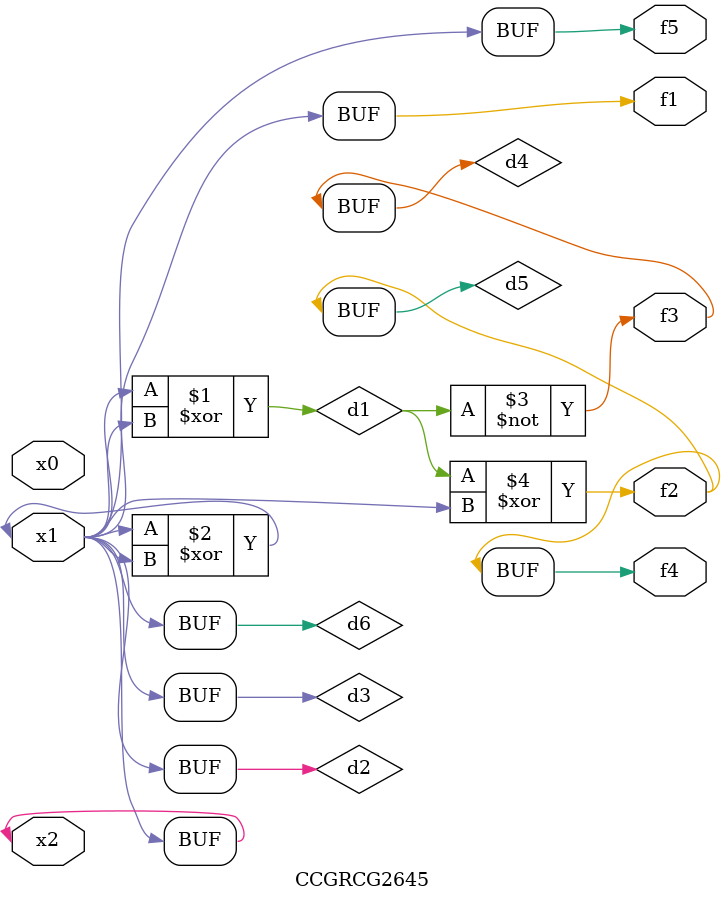
<source format=v>
module CCGRCG2645(
	input x0, x1, x2,
	output f1, f2, f3, f4, f5
);

	wire d1, d2, d3, d4, d5, d6;

	xor (d1, x1, x2);
	buf (d2, x1, x2);
	xor (d3, x1, x2);
	nor (d4, d1);
	xor (d5, d1, d2);
	buf (d6, d2, d3);
	assign f1 = d6;
	assign f2 = d5;
	assign f3 = d4;
	assign f4 = d5;
	assign f5 = d6;
endmodule

</source>
